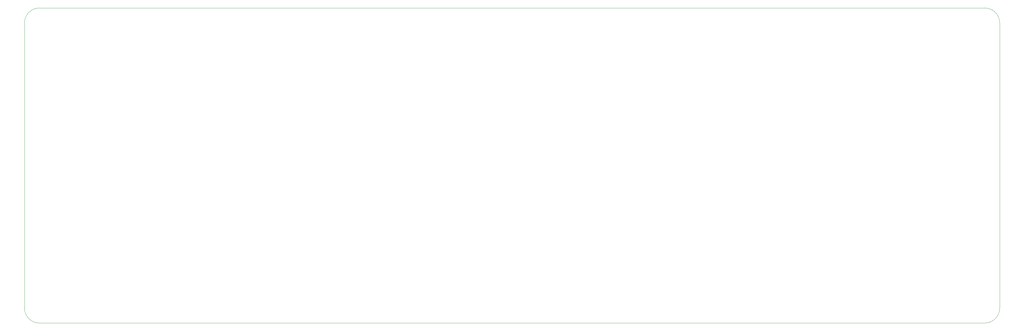
<source format=gm1>
%TF.GenerationSoftware,KiCad,Pcbnew,5.1.6-c6e7f7d~87~ubuntu20.04.1*%
%TF.CreationDate,2020-07-22T13:43:27-07:00*%
%TF.ProjectId,keeb,6b656562-2e6b-4696-9361-645f70636258,rev?*%
%TF.SameCoordinates,Original*%
%TF.FileFunction,Profile,NP*%
%FSLAX46Y46*%
G04 Gerber Fmt 4.6, Leading zero omitted, Abs format (unit mm)*
G04 Created by KiCad (PCBNEW 5.1.6-c6e7f7d~87~ubuntu20.04.1) date 2020-07-22 13:43:27*
%MOMM*%
%LPD*%
G01*
G04 APERTURE LIST*
%TA.AperFunction,Profile*%
%ADD10C,0.050000*%
%TD*%
G04 APERTURE END LIST*
D10*
X-116681250Y359568750D02*
G75*
G02*
X-111918750Y354806250I0J-4762500D01*
G01*
X-111918750Y264318750D02*
G75*
G02*
X-116681250Y259556250I-4762500J0D01*
G01*
X-416718750Y259556250D02*
G75*
G02*
X-421481250Y264318750I0J4762500D01*
G01*
X-421481250Y354806250D02*
G75*
G02*
X-416718750Y359568750I4762500J0D01*
G01*
X-421481250Y354806250D02*
X-421481250Y297656250D01*
X-116681250Y359568750D02*
X-416718750Y359568750D01*
X-111918750Y264318750D02*
X-111918750Y354806250D01*
X-416718750Y259556250D02*
X-116681250Y259556250D01*
X-421481250Y297656250D02*
X-421481250Y264318750D01*
M02*

</source>
